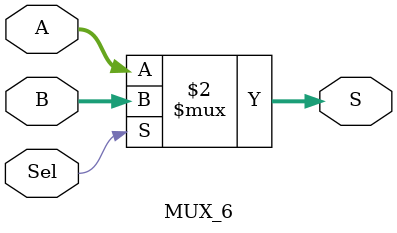
<source format=v>
module MUX_6(A, B, Sel, S);
input [5:0] A, B;
input Sel;
output [5:0] S;
//選擇 Register destination 是 rd還是rt
assign S = (Sel == 1'b0) ? A : B;

endmodule

</source>
